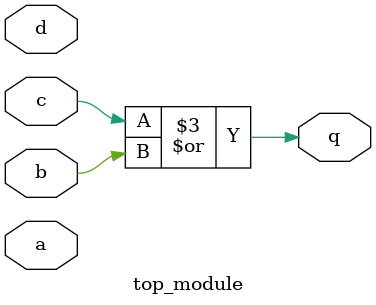
<source format=v>
module top_module (
    input a,
    input b,
    input c,
    input d,
    output q );//

    assign q = ((c==1)|(b==1));
endmodule

</source>
